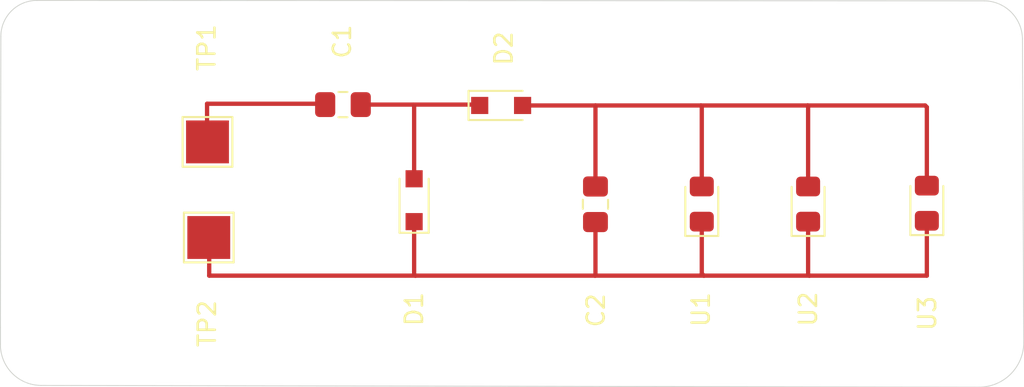
<source format=kicad_pcb>
(kicad_pcb (version 20171130) (host pcbnew "(5.1.10)-1")

  (general
    (thickness 1.6)
    (drawings 9)
    (tracks 36)
    (zones 0)
    (modules 9)
    (nets 5)
  )

  (page A4)
  (layers
    (0 F.Cu signal)
    (31 B.Cu signal)
    (32 B.Adhes user)
    (33 F.Adhes user)
    (34 B.Paste user)
    (35 F.Paste user)
    (36 B.SilkS user)
    (37 F.SilkS user)
    (38 B.Mask user)
    (39 F.Mask user)
    (40 Dwgs.User user)
    (41 Cmts.User user)
    (42 Eco1.User user)
    (43 Eco2.User user)
    (44 Edge.Cuts user)
    (45 Margin user)
    (46 B.CrtYd user)
    (47 F.CrtYd user)
    (48 B.Fab user)
    (49 F.Fab user)
  )

  (setup
    (last_trace_width 0.25)
    (trace_clearance 0.2)
    (zone_clearance 0.508)
    (zone_45_only no)
    (trace_min 0.2)
    (via_size 0.8)
    (via_drill 0.4)
    (via_min_size 0.4)
    (via_min_drill 0.3)
    (uvia_size 0.3)
    (uvia_drill 0.1)
    (uvias_allowed no)
    (uvia_min_size 0.2)
    (uvia_min_drill 0.1)
    (edge_width 0.05)
    (segment_width 0.2)
    (pcb_text_width 0.3)
    (pcb_text_size 1.5 1.5)
    (mod_edge_width 0.12)
    (mod_text_size 1 1)
    (mod_text_width 0.15)
    (pad_size 1.524 1.524)
    (pad_drill 0.762)
    (pad_to_mask_clearance 0)
    (aux_axis_origin 0 0)
    (visible_elements 7FFFFFFF)
    (pcbplotparams
      (layerselection 0x010fc_ffffffff)
      (usegerberextensions false)
      (usegerberattributes true)
      (usegerberadvancedattributes true)
      (creategerberjobfile true)
      (excludeedgelayer true)
      (linewidth 0.100000)
      (plotframeref false)
      (viasonmask false)
      (mode 1)
      (useauxorigin false)
      (hpglpennumber 1)
      (hpglpenspeed 20)
      (hpglpendiameter 15.000000)
      (psnegative false)
      (psa4output false)
      (plotreference true)
      (plotvalue true)
      (plotinvisibletext false)
      (padsonsilk false)
      (subtractmaskfromsilk false)
      (outputformat 1)
      (mirror false)
      (drillshape 1)
      (scaleselection 1)
      (outputdirectory ""))
  )

  (net 0 "")
  (net 1 "Net-(C1-Pad1)")
  (net 2 "Net-(C1-Pad2)")
  (net 3 "Net-(C2-Pad1)")
  (net 4 GND)

  (net_class Default "This is the default net class."
    (clearance 0.2)
    (trace_width 0.25)
    (via_dia 0.8)
    (via_drill 0.4)
    (uvia_dia 0.3)
    (uvia_drill 0.1)
    (add_net GND)
    (add_net "Net-(C1-Pad1)")
    (add_net "Net-(C1-Pad2)")
    (add_net "Net-(C2-Pad1)")
  )

  (module Capacitor_SMD:C_0805_2012Metric_Pad1.18x1.45mm_HandSolder (layer F.Cu) (tedit 5F68FEEF) (tstamp 614532F2)
    (at 135.35 88.45 180)
    (descr "Capacitor SMD 0805 (2012 Metric), square (rectangular) end terminal, IPC_7351 nominal with elongated pad for handsoldering. (Body size source: IPC-SM-782 page 76, https://www.pcb-3d.com/wordpress/wp-content/uploads/ipc-sm-782a_amendment_1_and_2.pdf, https://docs.google.com/spreadsheets/d/1BsfQQcO9C6DZCsRaXUlFlo91Tg2WpOkGARC1WS5S8t0/edit?usp=sharing), generated with kicad-footprint-generator")
    (tags "capacitor handsolder")
    (path /61453158)
    (attr smd)
    (fp_text reference C1 (at 0.05 3.675 90) (layer F.SilkS)
      (effects (font (size 1 1) (thickness 0.15)))
    )
    (fp_text value 16p (at 0 1.68) (layer F.Fab)
      (effects (font (size 1 1) (thickness 0.15)))
    )
    (fp_line (start -1 0.625) (end -1 -0.625) (layer F.Fab) (width 0.1))
    (fp_line (start -1 -0.625) (end 1 -0.625) (layer F.Fab) (width 0.1))
    (fp_line (start 1 -0.625) (end 1 0.625) (layer F.Fab) (width 0.1))
    (fp_line (start 1 0.625) (end -1 0.625) (layer F.Fab) (width 0.1))
    (fp_line (start -0.261252 -0.735) (end 0.261252 -0.735) (layer F.SilkS) (width 0.12))
    (fp_line (start -0.261252 0.735) (end 0.261252 0.735) (layer F.SilkS) (width 0.12))
    (fp_line (start -1.88 0.98) (end -1.88 -0.98) (layer F.CrtYd) (width 0.05))
    (fp_line (start -1.88 -0.98) (end 1.88 -0.98) (layer F.CrtYd) (width 0.05))
    (fp_line (start 1.88 -0.98) (end 1.88 0.98) (layer F.CrtYd) (width 0.05))
    (fp_line (start 1.88 0.98) (end -1.88 0.98) (layer F.CrtYd) (width 0.05))
    (fp_text user %R (at 0 0) (layer F.Fab)
      (effects (font (size 0.5 0.5) (thickness 0.08)))
    )
    (pad 1 smd roundrect (at -1.0375 0 180) (size 1.175 1.45) (layers F.Cu F.Paste F.Mask) (roundrect_rratio 0.212766)
      (net 1 "Net-(C1-Pad1)"))
    (pad 2 smd roundrect (at 1.0375 0 180) (size 1.175 1.45) (layers F.Cu F.Paste F.Mask) (roundrect_rratio 0.212766)
      (net 2 "Net-(C1-Pad2)"))
    (model ${KISYS3DMOD}/Capacitor_SMD.3dshapes/C_0805_2012Metric.wrl
      (at (xyz 0 0 0))
      (scale (xyz 1 1 1))
      (rotate (xyz 0 0 0))
    )
  )

  (module Capacitor_SMD:C_0805_2012Metric_Pad1.18x1.45mm_HandSolder (layer F.Cu) (tedit 5F68FEEF) (tstamp 61453303)
    (at 150.075 94.2625 270)
    (descr "Capacitor SMD 0805 (2012 Metric), square (rectangular) end terminal, IPC_7351 nominal with elongated pad for handsoldering. (Body size source: IPC-SM-782 page 76, https://www.pcb-3d.com/wordpress/wp-content/uploads/ipc-sm-782a_amendment_1_and_2.pdf, https://docs.google.com/spreadsheets/d/1BsfQQcO9C6DZCsRaXUlFlo91Tg2WpOkGARC1WS5S8t0/edit?usp=sharing), generated with kicad-footprint-generator")
    (tags "capacitor handsolder")
    (path /6145520D)
    (attr smd)
    (fp_text reference C2 (at 6.1875 -0.025 90) (layer F.SilkS)
      (effects (font (size 1 1) (thickness 0.15)))
    )
    (fp_text value 100p (at 0 1.68 90) (layer F.Fab)
      (effects (font (size 1 1) (thickness 0.15)))
    )
    (fp_line (start 1.88 0.98) (end -1.88 0.98) (layer F.CrtYd) (width 0.05))
    (fp_line (start 1.88 -0.98) (end 1.88 0.98) (layer F.CrtYd) (width 0.05))
    (fp_line (start -1.88 -0.98) (end 1.88 -0.98) (layer F.CrtYd) (width 0.05))
    (fp_line (start -1.88 0.98) (end -1.88 -0.98) (layer F.CrtYd) (width 0.05))
    (fp_line (start -0.261252 0.735) (end 0.261252 0.735) (layer F.SilkS) (width 0.12))
    (fp_line (start -0.261252 -0.735) (end 0.261252 -0.735) (layer F.SilkS) (width 0.12))
    (fp_line (start 1 0.625) (end -1 0.625) (layer F.Fab) (width 0.1))
    (fp_line (start 1 -0.625) (end 1 0.625) (layer F.Fab) (width 0.1))
    (fp_line (start -1 -0.625) (end 1 -0.625) (layer F.Fab) (width 0.1))
    (fp_line (start -1 0.625) (end -1 -0.625) (layer F.Fab) (width 0.1))
    (fp_text user %R (at 0 0 90) (layer F.Fab)
      (effects (font (size 0.5 0.5) (thickness 0.08)))
    )
    (pad 2 smd roundrect (at 1.0375 0 270) (size 1.175 1.45) (layers F.Cu F.Paste F.Mask) (roundrect_rratio 0.212766)
      (net 4 GND))
    (pad 1 smd roundrect (at -1.0375 0 270) (size 1.175 1.45) (layers F.Cu F.Paste F.Mask) (roundrect_rratio 0.212766)
      (net 3 "Net-(C2-Pad1)"))
    (model ${KISYS3DMOD}/Capacitor_SMD.3dshapes/C_0805_2012Metric.wrl
      (at (xyz 0 0 0))
      (scale (xyz 1 1 1))
      (rotate (xyz 0 0 0))
    )
  )

  (module Diode_SMD:D_SOD-323_HandSoldering (layer F.Cu) (tedit 58641869) (tstamp 6145331B)
    (at 139.5 94.025 90)
    (descr SOD-323)
    (tags SOD-323)
    (path /61454642)
    (attr smd)
    (fp_text reference D1 (at -6.35 0 270) (layer F.SilkS)
      (effects (font (size 1 1) (thickness 0.15)))
    )
    (fp_text value DIODE (at 0.1 1.9 90) (layer F.Fab)
      (effects (font (size 1 1) (thickness 0.15)))
    )
    (fp_line (start -1.9 -0.85) (end 1.25 -0.85) (layer F.SilkS) (width 0.12))
    (fp_line (start -1.9 0.85) (end 1.25 0.85) (layer F.SilkS) (width 0.12))
    (fp_line (start -2 -0.95) (end -2 0.95) (layer F.CrtYd) (width 0.05))
    (fp_line (start -2 0.95) (end 2 0.95) (layer F.CrtYd) (width 0.05))
    (fp_line (start 2 -0.95) (end 2 0.95) (layer F.CrtYd) (width 0.05))
    (fp_line (start -2 -0.95) (end 2 -0.95) (layer F.CrtYd) (width 0.05))
    (fp_line (start -0.9 -0.7) (end 0.9 -0.7) (layer F.Fab) (width 0.1))
    (fp_line (start 0.9 -0.7) (end 0.9 0.7) (layer F.Fab) (width 0.1))
    (fp_line (start 0.9 0.7) (end -0.9 0.7) (layer F.Fab) (width 0.1))
    (fp_line (start -0.9 0.7) (end -0.9 -0.7) (layer F.Fab) (width 0.1))
    (fp_line (start -0.3 -0.35) (end -0.3 0.35) (layer F.Fab) (width 0.1))
    (fp_line (start -0.3 0) (end -0.5 0) (layer F.Fab) (width 0.1))
    (fp_line (start -0.3 0) (end 0.2 -0.35) (layer F.Fab) (width 0.1))
    (fp_line (start 0.2 -0.35) (end 0.2 0.35) (layer F.Fab) (width 0.1))
    (fp_line (start 0.2 0.35) (end -0.3 0) (layer F.Fab) (width 0.1))
    (fp_line (start 0.2 0) (end 0.45 0) (layer F.Fab) (width 0.1))
    (fp_line (start -1.9 -0.85) (end -1.9 0.85) (layer F.SilkS) (width 0.12))
    (fp_text user %R (at -6.35 0 90) (layer F.Fab)
      (effects (font (size 1 1) (thickness 0.15)))
    )
    (pad 2 smd rect (at 1.25 0 90) (size 1 1) (layers F.Cu F.Paste F.Mask)
      (net 1 "Net-(C1-Pad1)"))
    (pad 1 smd rect (at -1.25 0 90) (size 1 1) (layers F.Cu F.Paste F.Mask)
      (net 4 GND))
    (model ${KISYS3DMOD}/Diode_SMD.3dshapes/D_SOD-323.wrl
      (at (xyz 0 0 0))
      (scale (xyz 1 1 1))
      (rotate (xyz 0 0 0))
    )
  )

  (module Diode_SMD:D_SOD-323_HandSoldering (layer F.Cu) (tedit 58641869) (tstamp 61453333)
    (at 144.575 88.5)
    (descr SOD-323)
    (tags SOD-323)
    (path /61453EC2)
    (attr smd)
    (fp_text reference D2 (at 0.15 -3.325 90) (layer F.SilkS)
      (effects (font (size 1 1) (thickness 0.15)))
    )
    (fp_text value DIODE (at 0.1 1.9) (layer F.Fab)
      (effects (font (size 1 1) (thickness 0.15)))
    )
    (fp_line (start -1.9 -0.85) (end -1.9 0.85) (layer F.SilkS) (width 0.12))
    (fp_line (start 0.2 0) (end 0.45 0) (layer F.Fab) (width 0.1))
    (fp_line (start 0.2 0.35) (end -0.3 0) (layer F.Fab) (width 0.1))
    (fp_line (start 0.2 -0.35) (end 0.2 0.35) (layer F.Fab) (width 0.1))
    (fp_line (start -0.3 0) (end 0.2 -0.35) (layer F.Fab) (width 0.1))
    (fp_line (start -0.3 0) (end -0.5 0) (layer F.Fab) (width 0.1))
    (fp_line (start -0.3 -0.35) (end -0.3 0.35) (layer F.Fab) (width 0.1))
    (fp_line (start -0.9 0.7) (end -0.9 -0.7) (layer F.Fab) (width 0.1))
    (fp_line (start 0.9 0.7) (end -0.9 0.7) (layer F.Fab) (width 0.1))
    (fp_line (start 0.9 -0.7) (end 0.9 0.7) (layer F.Fab) (width 0.1))
    (fp_line (start -0.9 -0.7) (end 0.9 -0.7) (layer F.Fab) (width 0.1))
    (fp_line (start -2 -0.95) (end 2 -0.95) (layer F.CrtYd) (width 0.05))
    (fp_line (start 2 -0.95) (end 2 0.95) (layer F.CrtYd) (width 0.05))
    (fp_line (start -2 0.95) (end 2 0.95) (layer F.CrtYd) (width 0.05))
    (fp_line (start -2 -0.95) (end -2 0.95) (layer F.CrtYd) (width 0.05))
    (fp_line (start -1.9 0.85) (end 1.25 0.85) (layer F.SilkS) (width 0.12))
    (fp_line (start -1.9 -0.85) (end 1.25 -0.85) (layer F.SilkS) (width 0.12))
    (fp_text user %R (at 0.2 -3.325 90) (layer F.Fab)
      (effects (font (size 1 1) (thickness 0.15)))
    )
    (pad 1 smd rect (at -1.25 0) (size 1 1) (layers F.Cu F.Paste F.Mask)
      (net 1 "Net-(C1-Pad1)"))
    (pad 2 smd rect (at 1.25 0) (size 1 1) (layers F.Cu F.Paste F.Mask)
      (net 3 "Net-(C2-Pad1)"))
    (model ${KISYS3DMOD}/Diode_SMD.3dshapes/D_SOD-323.wrl
      (at (xyz 0 0 0))
      (scale (xyz 1 1 1))
      (rotate (xyz 0 0 0))
    )
  )

  (module LED_SMD:LED_0805_2012Metric_Pad1.15x1.40mm_HandSolder (layer F.Cu) (tedit 5F68FEF1) (tstamp 61453346)
    (at 156.275 94.25 90)
    (descr "LED SMD 0805 (2012 Metric), square (rectangular) end terminal, IPC_7351 nominal, (Body size source: https://docs.google.com/spreadsheets/d/1BsfQQcO9C6DZCsRaXUlFlo91Tg2WpOkGARC1WS5S8t0/edit?usp=sharing), generated with kicad-footprint-generator")
    (tags "LED handsolder")
    (path /61455DB8)
    (attr smd)
    (fp_text reference U1 (at -6.15 -0.05 90) (layer F.SilkS)
      (effects (font (size 1 1) (thickness 0.15)))
    )
    (fp_text value LED (at 0 1.65 90) (layer F.Fab)
      (effects (font (size 1 1) (thickness 0.15)))
    )
    (fp_line (start 1 -0.6) (end -0.7 -0.6) (layer F.Fab) (width 0.1))
    (fp_line (start -0.7 -0.6) (end -1 -0.3) (layer F.Fab) (width 0.1))
    (fp_line (start -1 -0.3) (end -1 0.6) (layer F.Fab) (width 0.1))
    (fp_line (start -1 0.6) (end 1 0.6) (layer F.Fab) (width 0.1))
    (fp_line (start 1 0.6) (end 1 -0.6) (layer F.Fab) (width 0.1))
    (fp_line (start 1 -0.96) (end -1.86 -0.96) (layer F.SilkS) (width 0.12))
    (fp_line (start -1.86 -0.96) (end -1.86 0.96) (layer F.SilkS) (width 0.12))
    (fp_line (start -1.86 0.96) (end 1 0.96) (layer F.SilkS) (width 0.12))
    (fp_line (start -1.85 0.95) (end -1.85 -0.95) (layer F.CrtYd) (width 0.05))
    (fp_line (start -1.85 -0.95) (end 1.85 -0.95) (layer F.CrtYd) (width 0.05))
    (fp_line (start 1.85 -0.95) (end 1.85 0.95) (layer F.CrtYd) (width 0.05))
    (fp_line (start 1.85 0.95) (end -1.85 0.95) (layer F.CrtYd) (width 0.05))
    (fp_text user %R (at 0 0 90) (layer F.Fab)
      (effects (font (size 0.5 0.5) (thickness 0.08)))
    )
    (pad 1 smd roundrect (at -1.025 0 90) (size 1.15 1.4) (layers F.Cu F.Paste F.Mask) (roundrect_rratio 0.217391)
      (net 4 GND))
    (pad 2 smd roundrect (at 1.025 0 90) (size 1.15 1.4) (layers F.Cu F.Paste F.Mask) (roundrect_rratio 0.217391)
      (net 3 "Net-(C2-Pad1)"))
    (model ${KISYS3DMOD}/LED_SMD.3dshapes/LED_0805_2012Metric.wrl
      (at (xyz 0 0 0))
      (scale (xyz 1 1 1))
      (rotate (xyz 0 0 0))
    )
  )

  (module LED_SMD:LED_0805_2012Metric_Pad1.15x1.40mm_HandSolder (layer F.Cu) (tedit 5F68FEF1) (tstamp 61453359)
    (at 162.475 94.25 90)
    (descr "LED SMD 0805 (2012 Metric), square (rectangular) end terminal, IPC_7351 nominal, (Body size source: https://docs.google.com/spreadsheets/d/1BsfQQcO9C6DZCsRaXUlFlo91Tg2WpOkGARC1WS5S8t0/edit?usp=sharing), generated with kicad-footprint-generator")
    (tags "LED handsolder")
    (path /61456C03)
    (attr smd)
    (fp_text reference U2 (at -6.125 0 90) (layer F.SilkS)
      (effects (font (size 1 1) (thickness 0.15)))
    )
    (fp_text value LED (at 0 1.65 90) (layer F.Fab)
      (effects (font (size 1 1) (thickness 0.15)))
    )
    (fp_line (start 1.85 0.95) (end -1.85 0.95) (layer F.CrtYd) (width 0.05))
    (fp_line (start 1.85 -0.95) (end 1.85 0.95) (layer F.CrtYd) (width 0.05))
    (fp_line (start -1.85 -0.95) (end 1.85 -0.95) (layer F.CrtYd) (width 0.05))
    (fp_line (start -1.85 0.95) (end -1.85 -0.95) (layer F.CrtYd) (width 0.05))
    (fp_line (start -1.86 0.96) (end 1 0.96) (layer F.SilkS) (width 0.12))
    (fp_line (start -1.86 -0.96) (end -1.86 0.96) (layer F.SilkS) (width 0.12))
    (fp_line (start 1 -0.96) (end -1.86 -0.96) (layer F.SilkS) (width 0.12))
    (fp_line (start 1 0.6) (end 1 -0.6) (layer F.Fab) (width 0.1))
    (fp_line (start -1 0.6) (end 1 0.6) (layer F.Fab) (width 0.1))
    (fp_line (start -1 -0.3) (end -1 0.6) (layer F.Fab) (width 0.1))
    (fp_line (start -0.7 -0.6) (end -1 -0.3) (layer F.Fab) (width 0.1))
    (fp_line (start 1 -0.6) (end -0.7 -0.6) (layer F.Fab) (width 0.1))
    (fp_text user %R (at 0 0 90) (layer F.Fab)
      (effects (font (size 0.5 0.5) (thickness 0.08)))
    )
    (pad 2 smd roundrect (at 1.025 0 90) (size 1.15 1.4) (layers F.Cu F.Paste F.Mask) (roundrect_rratio 0.217391)
      (net 3 "Net-(C2-Pad1)"))
    (pad 1 smd roundrect (at -1.025 0 90) (size 1.15 1.4) (layers F.Cu F.Paste F.Mask) (roundrect_rratio 0.217391)
      (net 4 GND))
    (model ${KISYS3DMOD}/LED_SMD.3dshapes/LED_0805_2012Metric.wrl
      (at (xyz 0 0 0))
      (scale (xyz 1 1 1))
      (rotate (xyz 0 0 0))
    )
  )

  (module LED_SMD:LED_0805_2012Metric_Pad1.15x1.40mm_HandSolder (layer F.Cu) (tedit 5F68FEF1) (tstamp 6145336C)
    (at 169.4 94.2 90)
    (descr "LED SMD 0805 (2012 Metric), square (rectangular) end terminal, IPC_7351 nominal, (Body size source: https://docs.google.com/spreadsheets/d/1BsfQQcO9C6DZCsRaXUlFlo91Tg2WpOkGARC1WS5S8t0/edit?usp=sharing), generated with kicad-footprint-generator")
    (tags "LED handsolder")
    (path /6145771B)
    (attr smd)
    (fp_text reference U3 (at -6.425 0.025 90) (layer F.SilkS)
      (effects (font (size 1 1) (thickness 0.15)))
    )
    (fp_text value LED (at 0 1.65 90) (layer F.Fab)
      (effects (font (size 1 1) (thickness 0.15)))
    )
    (fp_line (start 1 -0.6) (end -0.7 -0.6) (layer F.Fab) (width 0.1))
    (fp_line (start -0.7 -0.6) (end -1 -0.3) (layer F.Fab) (width 0.1))
    (fp_line (start -1 -0.3) (end -1 0.6) (layer F.Fab) (width 0.1))
    (fp_line (start -1 0.6) (end 1 0.6) (layer F.Fab) (width 0.1))
    (fp_line (start 1 0.6) (end 1 -0.6) (layer F.Fab) (width 0.1))
    (fp_line (start 1 -0.96) (end -1.86 -0.96) (layer F.SilkS) (width 0.12))
    (fp_line (start -1.86 -0.96) (end -1.86 0.96) (layer F.SilkS) (width 0.12))
    (fp_line (start -1.86 0.96) (end 1 0.96) (layer F.SilkS) (width 0.12))
    (fp_line (start -1.85 0.95) (end -1.85 -0.95) (layer F.CrtYd) (width 0.05))
    (fp_line (start -1.85 -0.95) (end 1.85 -0.95) (layer F.CrtYd) (width 0.05))
    (fp_line (start 1.85 -0.95) (end 1.85 0.95) (layer F.CrtYd) (width 0.05))
    (fp_line (start 1.85 0.95) (end -1.85 0.95) (layer F.CrtYd) (width 0.05))
    (fp_text user %R (at 0 0 90) (layer F.Fab)
      (effects (font (size 0.5 0.5) (thickness 0.08)))
    )
    (pad 1 smd roundrect (at -1.025 0 90) (size 1.15 1.4) (layers F.Cu F.Paste F.Mask) (roundrect_rratio 0.217391)
      (net 4 GND))
    (pad 2 smd roundrect (at 1.025 0 90) (size 1.15 1.4) (layers F.Cu F.Paste F.Mask) (roundrect_rratio 0.217391)
      (net 3 "Net-(C2-Pad1)"))
    (model ${KISYS3DMOD}/LED_SMD.3dshapes/LED_0805_2012Metric.wrl
      (at (xyz 0 0 0))
      (scale (xyz 1 1 1))
      (rotate (xyz 0 0 0))
    )
  )

  (module TestPoint:TestPoint_Pad_2.5x2.5mm (layer F.Cu) (tedit 5A0F774F) (tstamp 6145337A)
    (at 127.45 90.625 270)
    (descr "SMD rectangular pad as test Point, square 2.5mm side length")
    (tags "test point SMD pad rectangle square")
    (path /614511EA)
    (attr virtual)
    (fp_text reference TP1 (at -5.5 0.05 90) (layer F.SilkS)
      (effects (font (size 1 1) (thickness 0.15)))
    )
    (fp_text value TestPoint (at 0 2.25 90) (layer F.Fab)
      (effects (font (size 1 1) (thickness 0.15)))
    )
    (fp_line (start -1.45 -1.45) (end 1.45 -1.45) (layer F.SilkS) (width 0.12))
    (fp_line (start 1.45 -1.45) (end 1.45 1.45) (layer F.SilkS) (width 0.12))
    (fp_line (start 1.45 1.45) (end -1.45 1.45) (layer F.SilkS) (width 0.12))
    (fp_line (start -1.45 1.45) (end -1.45 -1.45) (layer F.SilkS) (width 0.12))
    (fp_line (start -1.75 -1.75) (end 1.75 -1.75) (layer F.CrtYd) (width 0.05))
    (fp_line (start -1.75 -1.75) (end -1.75 1.75) (layer F.CrtYd) (width 0.05))
    (fp_line (start 1.75 1.75) (end 1.75 -1.75) (layer F.CrtYd) (width 0.05))
    (fp_line (start 1.75 1.75) (end -1.75 1.75) (layer F.CrtYd) (width 0.05))
    (fp_text user %R (at -5.5 0.05 90) (layer F.Fab)
      (effects (font (size 1 1) (thickness 0.15)))
    )
    (pad 1 smd rect (at 0 0 270) (size 2.5 2.5) (layers F.Cu F.Mask)
      (net 2 "Net-(C1-Pad2)"))
  )

  (module TestPoint:TestPoint_Pad_2.5x2.5mm (layer F.Cu) (tedit 5A0F774F) (tstamp 61453388)
    (at 127.525 96.2 270)
    (descr "SMD rectangular pad as test Point, square 2.5mm side length")
    (tags "test point SMD pad rectangle square")
    (path /614518F0)
    (attr virtual)
    (fp_text reference TP2 (at 5.025 0.1 90) (layer F.SilkS)
      (effects (font (size 1 1) (thickness 0.15)))
    )
    (fp_text value TestPoint (at 0 2.25 90) (layer F.Fab)
      (effects (font (size 1 1) (thickness 0.15)))
    )
    (fp_line (start 1.75 1.75) (end -1.75 1.75) (layer F.CrtYd) (width 0.05))
    (fp_line (start 1.75 1.75) (end 1.75 -1.75) (layer F.CrtYd) (width 0.05))
    (fp_line (start -1.75 -1.75) (end -1.75 1.75) (layer F.CrtYd) (width 0.05))
    (fp_line (start -1.75 -1.75) (end 1.75 -1.75) (layer F.CrtYd) (width 0.05))
    (fp_line (start -1.45 1.45) (end -1.45 -1.45) (layer F.SilkS) (width 0.12))
    (fp_line (start 1.45 1.45) (end -1.45 1.45) (layer F.SilkS) (width 0.12))
    (fp_line (start 1.45 -1.45) (end 1.45 1.45) (layer F.SilkS) (width 0.12))
    (fp_line (start -1.45 -1.45) (end 1.45 -1.45) (layer F.SilkS) (width 0.12))
    (fp_text user %R (at 5.05 0.1 90) (layer F.Fab)
      (effects (font (size 1 1) (thickness 0.15)))
    )
    (pad 1 smd rect (at 0 0 270) (size 2.5 2.5) (layers F.Cu F.Mask)
      (net 4 GND))
  )

  (gr_arc (start 172.725 84.649861) (end 174.975 84.625) (angle -88.73030053) (layer Edge.Cuts) (width 0.05))
  (gr_arc (start 172.45 102.325) (end 172.45 104.925) (angle -90) (layer Edge.Cuts) (width 0.05))
  (gr_arc (start 117.749999 102.449999) (end 115.375 102.425) (angle -90.60309119) (layer Edge.Cuts) (width 0.05))
  (gr_line (start 115.375 101.44987) (end 115.4 84.475) (layer Edge.Cuts) (width 0.05))
  (gr_line (start 115.375 102.425) (end 115.375 101.44987) (layer Edge.Cuts) (width 0.05))
  (gr_line (start 172.45 104.925) (end 117.75 104.82513) (layer Edge.Cuts) (width 0.05))
  (gr_line (start 174.975 84.625) (end 175.05 102.325) (layer Edge.Cuts) (width 0.05))
  (gr_line (start 117.5 82.375) (end 172.750002 82.399863) (layer Edge.Cuts) (width 0.05))
  (gr_arc (start 117.5 84.475) (end 117.5 82.375) (angle -90) (layer Edge.Cuts) (width 0.05))

  (segment (start 143.275 88.45) (end 143.325 88.5) (width 0.25) (layer F.Cu) (net 1))
  (segment (start 139.5 88.5) (end 139.45 88.45) (width 0.25) (layer F.Cu) (net 1))
  (segment (start 139.5 92.775) (end 139.5 88.5) (width 0.25) (layer F.Cu) (net 1))
  (segment (start 139.45 88.45) (end 143.275 88.45) (width 0.25) (layer F.Cu) (net 1))
  (segment (start 136.3875 88.45) (end 139.45 88.45) (width 0.25) (layer F.Cu) (net 1))
  (segment (start 134.2625 88.4) (end 134.3125 88.45) (width 0.25) (layer F.Cu) (net 2))
  (segment (start 127.425 88.4) (end 134.2625 88.4) (width 0.25) (layer F.Cu) (net 2))
  (segment (start 127.425 90.6) (end 127.45 90.625) (width 0.25) (layer F.Cu) (net 2))
  (segment (start 127.425 88.4) (end 127.425 90.6) (width 0.25) (layer F.Cu) (net 2))
  (segment (start 169.4 88.6) (end 169.4 93.175) (width 0.25) (layer F.Cu) (net 3))
  (segment (start 169.3 88.5) (end 169.4 88.6) (width 0.25) (layer F.Cu) (net 3))
  (segment (start 162.475 88.525) (end 162.45 88.5) (width 0.25) (layer F.Cu) (net 3))
  (segment (start 162.475 93.225) (end 162.475 88.525) (width 0.25) (layer F.Cu) (net 3))
  (segment (start 162.45 88.5) (end 169.3 88.5) (width 0.25) (layer F.Cu) (net 3))
  (segment (start 156.275 88.55) (end 156.225 88.5) (width 0.25) (layer F.Cu) (net 3))
  (segment (start 156.275 93.225) (end 156.275 88.55) (width 0.25) (layer F.Cu) (net 3))
  (segment (start 156.225 88.5) (end 162.45 88.5) (width 0.25) (layer F.Cu) (net 3))
  (segment (start 150.075 88.5) (end 156.225 88.5) (width 0.25) (layer F.Cu) (net 3))
  (segment (start 150.075 93.225) (end 150.075 88.5) (width 0.25) (layer F.Cu) (net 3))
  (segment (start 145.825 88.5) (end 150.075 88.5) (width 0.25) (layer F.Cu) (net 3))
  (segment (start 169.4 98.425) (end 169.4 95.225) (width 0.25) (layer F.Cu) (net 4))
  (segment (start 162.475 98.35) (end 162.55 98.425) (width 0.25) (layer F.Cu) (net 4))
  (segment (start 162.475 95.275) (end 162.475 98.35) (width 0.25) (layer F.Cu) (net 4))
  (segment (start 162.55 98.425) (end 169.4 98.425) (width 0.25) (layer F.Cu) (net 4))
  (segment (start 156.275 95.275) (end 156.275 98.3) (width 0.25) (layer F.Cu) (net 4))
  (segment (start 156.4 98.425) (end 162.55 98.425) (width 0.25) (layer F.Cu) (net 4))
  (segment (start 156.275 98.3) (end 156.4 98.425) (width 0.25) (layer F.Cu) (net 4))
  (segment (start 150.075 98.4) (end 150.05 98.425) (width 0.25) (layer F.Cu) (net 4))
  (segment (start 150.075 95.3) (end 150.075 98.4) (width 0.25) (layer F.Cu) (net 4))
  (segment (start 150.05 98.425) (end 156.4 98.425) (width 0.25) (layer F.Cu) (net 4))
  (segment (start 139.5 98.35) (end 139.575 98.425) (width 0.25) (layer F.Cu) (net 4))
  (segment (start 139.5 95.275) (end 139.5 98.35) (width 0.25) (layer F.Cu) (net 4))
  (segment (start 139.575 98.425) (end 150.05 98.425) (width 0.25) (layer F.Cu) (net 4))
  (segment (start 139.575 98.425) (end 127.55 98.425) (width 0.25) (layer F.Cu) (net 4))
  (segment (start 127.55 96.225) (end 127.525 96.2) (width 0.25) (layer F.Cu) (net 4))
  (segment (start 127.55 98.425) (end 127.55 96.225) (width 0.25) (layer F.Cu) (net 4))

)

</source>
